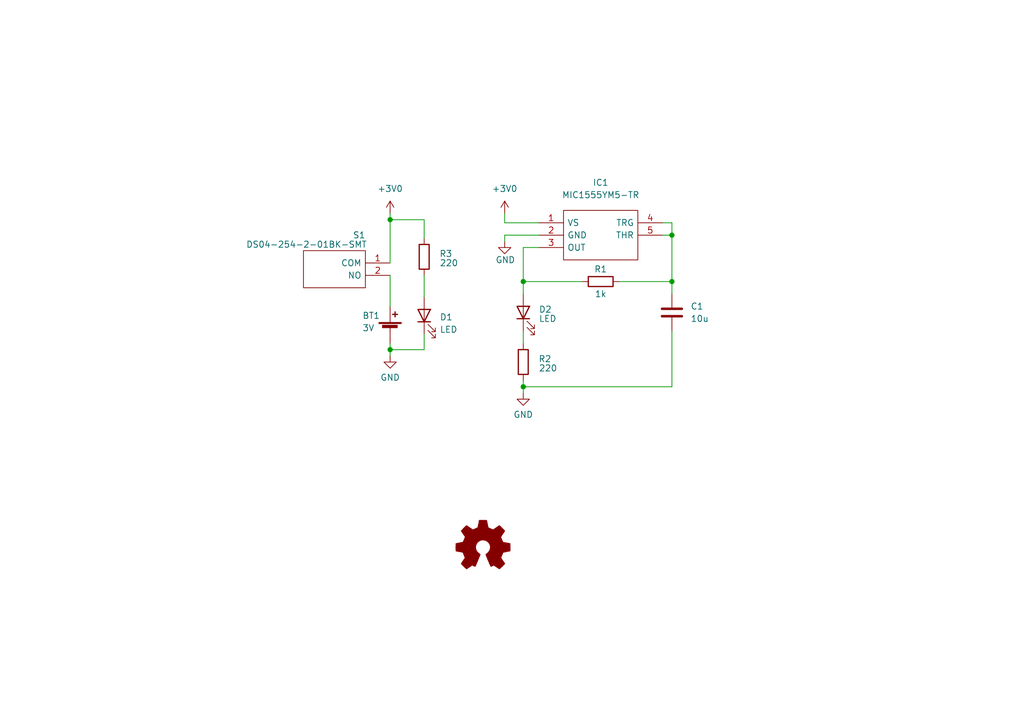
<source format=kicad_sch>
(kicad_sch (version 20211123) (generator eeschema)
  (paper "A5")
  (title_block (title "Agouti PCB") (date "2023-01-04"))
  (lib_symbols
    (symbol "DS04-254-2BK-SMT:DS04-254-2-01BK-SMT" (pin_names (offset 0.762))
      (property "Reference" "S" (at 19.05 7.62 0))
      (property "Value" "DS04-254-2-01BK-SMT" (at 19.05 5.08 0))
      (symbol "DS04-254-2-01BK-SMT_0_0"
        (pin passive line (at 0 -2.54 0) (length 5.08) (name "COM") (number "1"))
        (pin passive line (at 0 0 0) (length 5.08) (name "NO") (number "2"))
      )
      (symbol "DS04-254-2-01BK-SMT_0_1"
        (polyline (pts (xy 5.08 2.54) (xy 17.78 2.54) (xy 17.78 -5.08) (xy 5.08 -5.08) (xy 5.08 2.54)) (stroke (width 0.1524)))
      )
    )
    (symbol "Device:Battery_Cell" (pin_numbers hide) (pin_names (offset 0) hide)
      (property "Reference" "BT" (at 2.54 2.54 0))
      (property "Value" "Battery_Cell" (at 2.54 0 0))
      (symbol "Battery_Cell_0_1"
        (rectangle (start -2.286 1.778) (end 2.286 1.524) (fill (type outline)))
        (rectangle (start -1.5748 1.1938) (end 1.4732 0.6858) (fill (type outline)))
        (polyline (pts (xy 0 0.762) (xy 0 0)))
        (polyline (pts (xy 0 1.778) (xy 0 2.54)))
        (polyline (pts (xy 0.508 3.429) (xy 1.524 3.429)) (stroke (width 0.254)))
        (polyline (pts (xy 1.016 3.937) (xy 1.016 2.921)) (stroke (width 0.254)))
      )
      (symbol "Battery_Cell_1_1"
        (pin passive line (at 0 5.08 270) (length 2.54) (name "+") (number "1"))
        (pin passive line (at 0 -2.54 90) (length 2.54) (name "-") (number "2"))
      )
    )
    (symbol "Device:C" (pin_numbers hide) (pin_names (offset 0.254))
      (property "Reference" "C" (at 0.635 2.54 0))
      (property "Value" "C" (at 0.635 -2.54 0))
      (symbol "C_0_1"
        (polyline (pts (xy -2.032 -0.762) (xy 2.032 -0.762)) (stroke (width 0.508)))
        (polyline (pts (xy -2.032 0.762) (xy 2.032 0.762)) (stroke (width 0.508)))
      )
      (symbol "C_1_1"
        (pin passive line (at 0 3.81 270) (length 2.794) (name "~") (number "1"))
        (pin passive line (at 0 -3.81 90) (length 2.794) (name "~") (number "2"))
      )
    )
    (symbol "Device:LED" (pin_numbers hide) (pin_names (offset 1.016) hide)
      (property "Reference" "D" (at 0 2.54 0))
      (property "Value" "LED" (at 0 -2.54 0))
      (symbol "LED_0_1"
        (polyline (pts (xy -1.27 -1.27) (xy -1.27 1.27)) (stroke (width 0.254)))
        (polyline (pts (xy -1.27 0) (xy 1.27 0)))
        (polyline (pts (xy 1.27 -1.27) (xy 1.27 1.27) (xy -1.27 0) (xy 1.27 -1.27)) (stroke (width 0.254)))
        (polyline (pts (xy -3.048 -0.762) (xy -4.572 -2.286) (xy -3.81 -2.286) (xy -4.572 -2.286) (xy -4.572 -1.524)))
        (polyline (pts (xy -1.778 -0.762) (xy -3.302 -2.286) (xy -2.54 -2.286) (xy -3.302 -2.286) (xy -3.302 -1.524)))
      )
      (symbol "LED_1_1"
        (pin passive line (at -3.81 0 0) (length 2.54) (name "K") (number "1"))
        (pin passive line (at 3.81 0 180) (length 2.54) (name "A") (number "2"))
      )
    )
    (symbol "Device:R" (pin_numbers hide) (pin_names (offset 0))
      (property "Reference" "R" (at 2.032 0 90))
      (property "Value" "R" (at 0 0 90))
      (symbol "R_0_1"
        (rectangle (start -1.016 -2.54) (end 1.016 2.54) (stroke (width 0.254)))
      )
      (symbol "R_1_1"
        (pin passive line (at 0 3.81 270) (length 1.27) (name "~") (number "1"))
        (pin passive line (at 0 -3.81 90) (length 1.27) (name "~") (number "2"))
      )
    )
    (symbol "Graphic:Logo_Open_Hardware_Small" (pin_names (offset 1.016))
      (symbol "Logo_Open_Hardware_Small_0_1"
        (polyline (pts (xy 3.3528 -4.3434) (xy 3.302 -4.318) (xy 3.175 -4.2418) (xy 2.9972 -4.1148) (xy 2.7686 -3.9624) (xy 2.54 -3.81) (xy 2.3622 -3.7084) (xy 2.2352 -3.6068) (xy 2.1844 -3.5814) (xy 2.159 -3.6068) (xy 2.0574 -3.6576) (xy 1.905 -3.7338) (xy 1.8034 -3.7846) (xy 1.6764 -3.8354) (xy 1.6002 -3.8354) (xy 1.6002 -3.8354) (xy 1.5494 -3.7338) (xy 1.4732 -3.5306) (xy 1.3462 -3.302) (xy 1.2446 -3.0226) (xy 1.1176 -2.7178) (xy 0.9652 -2.413) (xy 0.8636 -2.1082) (xy 0.7366 -1.8288) (xy 0.6604 -1.6256) (xy 0.6096 -1.4732) (xy 0.5842 -1.397) (xy 0.5842 -1.397) (xy 0.6604 -1.3208) (xy 0.7874 -1.2446) (xy 1.0414 -1.016) (xy 1.2954 -0.6858) (xy 1.4478 -0.3302) (xy 1.524 0.0762) (xy 1.4732 0.4572) (xy 1.3208 0.8128) (xy 1.0668 1.143) (xy 0.762 1.3716) (xy 0.4064 1.524) (xy 0 1.5748) (xy -0.381 1.5494) (xy -0.7366 1.397) (xy -1.0668 1.143) (xy -1.2192 0.9906) (xy -1.397 0.6604) (xy -1.524 0.3048) (xy -1.524 0.2286) (xy -1.4986 -0.1778) (xy -1.397 -0.5334) (xy -1.1938 -0.8636) (xy -0.9144 -1.143) (xy -0.8636 -1.1684) (xy -0.7366 -1.27) (xy -0.635 -1.3462) (xy -0.5842 -1.397) (xy -1.0668 -2.5908) (xy -1.143 -2.794) (xy -1.2954 -3.1242) (xy -1.397 -3.4036) (xy -1.4986 -3.6322) (xy -1.5748 -3.7846) (xy -1.6002 -3.8354) (xy -1.6002 -3.8354) (xy -1.651 -3.8354) (xy -1.7272 -3.81) (xy -1.905 -3.7338) (xy -2.0066 -3.683) (xy -2.1336 -3.6068) (xy -2.2098 -3.5814) (xy -2.2606 -3.6068) (xy -2.3622 -3.683) (xy -2.54 -3.81) (xy -2.7686 -3.9624) (xy -2.9718 -4.0894) (xy -3.1496 -4.2164) (xy -3.302 -4.318) (xy -3.3528 -4.3434) (xy -3.3782 -4.3434) (xy -3.429 -4.318) (xy -3.5306 -4.2164) (xy -3.7084 -4.064) (xy -3.937 -3.8354) (xy -3.9624 -3.81) (xy -4.1656 -3.6068) (xy -4.318 -3.4544) (xy -4.4196 -3.3274) (xy -4.445 -3.2766) (xy -4.445 -3.2766) (xy -4.4196 -3.2258) (xy -4.318 -3.0734) (xy -4.2164 -2.8956) (xy -4.064 -2.667) (xy -3.6576 -2.0828) (xy -3.8862 -1.5494) (xy -3.937 -1.3716) (xy -4.0386 -1.1684) (xy -4.0894 -1.0414) (xy -4.1148 -0.9652) (xy -4.191 -0.9398) (xy -4.318 -0.9144) (xy -4.5466 -0.8636) (xy -4.8006 -0.8128) (xy -5.0546 -0.7874) (xy -5.2578 -0.7366) (xy -5.4356 -0.7112) (xy -5.5118 -0.6858) (xy -5.5118 -0.6858) (xy -5.5372 -0.635) (xy -5.5372 -0.5588) (xy -5.5372 -0.4318) (xy -5.5626 -0.2286) (xy -5.5626 0.0762) (xy -5.5626 0.127) (xy -5.5372 0.4064) (xy -5.5372 0.635) (xy -5.5372 0.762) (xy -5.5372 0.8382) (xy -5.5372 0.8382) (xy -5.461 0.8382) (xy -5.3086 0.889) (xy -5.08 0.9144) (xy -4.826 0.9652) (xy -4.8006 0.9906) (xy -4.5466 1.0414) (xy -4.318 1.0668) (xy -4.1656 1.1176) (xy -4.0894 1.143) (xy -4.0894 1.143) (xy -4.0386 1.2446) (xy -3.9624 1.4224) (xy -3.8608 1.6256) (xy -3.7846 1.8288) (xy -3.7084 2.0066) (xy -3.6576 2.159) (xy -3.6322 2.2098) (xy -3.6322 2.2098) (xy -3.683 2.286) (xy -3.7592 2.413) (xy -3.8862 2.5908) (xy -4.064 2.8194) (xy -4.064 2.8448) (xy -4.2164 3.0734) (xy -4.3434 3.2512) (xy -4.4196 3.3782) (xy -4.445 3.4544) (xy -4.445 3.4544) (xy -4.3942 3.5052) (xy -4.2926 3.6322) (xy -4.1148 3.81) (xy -3.937 4.0132) (xy -3.8608 4.064) (xy -3.6576 4.2926) (xy -3.5052 4.4196) (xy -3.4036 4.4958) (xy -3.3528 4.5212) (xy -3.3528 4.5212) (xy -3.302 4.4704) (xy -3.1496 4.3688) (xy -2.9718 4.2418) (xy -2.7432 4.0894) (xy -2.7178 4.0894) (xy -2.4892 3.937) (xy -2.3114 3.81) (xy -2.1844 3.7084) (xy -2.1336 3.683) (xy -2.1082 3.683) (xy -2.032 3.7084) (xy -1.8542 3.7592) (xy -1.6764 3.8354) (xy -1.4732 3.937) (xy -1.27 4.0132) (xy -1.143 4.064) (xy -1.0668 4.1148) (xy -1.0668 4.1148) (xy -1.0414 4.191) (xy -1.016 4.3434) (xy -0.9652 4.572) (xy -0.9144 4.8514) (xy -0.889 4.9022) (xy -0.8382 5.1562) (xy -0.8128 5.3848) (xy -0.7874 5.5372) (xy -0.762 5.588) (xy -0.7112 5.6134) (xy -0.5842 5.6134) (xy -0.4064 5.6134) (xy -0.1524 5.6134) (xy 0.0762 5.6134) (xy 0.3302 5.6134) (xy 0.5334 5.6134) (xy 0.6858 5.588) (xy 0.7366 5.588) (xy 0.7366 5.588) (xy 0.762 5.5118) (xy 0.8128 5.334) (xy 0.8382 5.1054) (xy 0.9144 4.826) (xy 0.9144 4.7752) (xy 0.9652 4.5212) (xy 1.016 4.2926) (xy 1.0414 4.1402) (xy 1.0668 4.0894) (xy 1.0668 4.0894) (xy 1.1938 4.0386) (xy 1.3716 3.9624) (xy 1.5748 3.8608) (xy 2.0828 3.6576) (xy 2.7178 4.0894) (xy 2.7686 4.1402) (xy 2.9972 4.2926) (xy 3.175 4.4196) (xy 3.302 4.4958) (xy 3.3782 4.5212) (xy 3.3782 4.5212) (xy 3.429 4.4704) (xy 3.556 4.3434) (xy 3.7338 4.191) (xy 3.9116 3.9878) (xy 4.064 3.8354) (xy 4.2418 3.6576) (xy 4.3434 3.556) (xy 4.4196 3.4798) (xy 4.4196 3.429) (xy 4.4196 3.4036) (xy 4.3942 3.3274) (xy 4.2926 3.2004) (xy 4.1656 2.9972) (xy 4.0132 2.794) (xy 3.8862 2.5908) (xy 3.7592 2.3876) (xy 3.6576 2.2352) (xy 3.6322 2.159) (xy 3.6322 2.1336) (xy 3.683 2.0066) (xy 3.7592 1.8288) (xy 3.8608 1.6002) (xy 4.064 1.1176) (xy 4.3942 1.0414) (xy 4.5974 1.016) (xy 4.8768 0.9652) (xy 5.1308 0.9144) (xy 5.5372 0.8382) (xy 5.5626 -0.6604) (xy 5.4864 -0.6858) (xy 5.4356 -0.6858) (xy 5.2832 -0.7366) (xy 5.0546 -0.762) (xy 4.8006 -0.8128) (xy 4.5974 -0.8636) (xy 4.3688 -0.9144) (xy 4.2164 -0.9398) (xy 4.1402 -0.9398) (xy 4.1148 -0.9652) (xy 4.064 -1.0668) (xy 3.9878 -1.2446) (xy 3.9116 -1.4478) (xy 3.81 -1.651) (xy 3.7338 -1.8542) (xy 3.683 -2.0066) (xy 3.6576 -2.0828) (xy 3.683 -2.1336) (xy 3.7846 -2.2606) (xy 3.8862 -2.4638) (xy 4.0386 -2.667) (xy 4.191 -2.8956) (xy 4.318 -3.0734) (xy 4.3942 -3.2004) (xy 4.445 -3.2766) (xy 4.4196 -3.3274) (xy 4.3434 -3.429) (xy 4.1656 -3.5814) (xy 3.937 -3.8354) (xy 3.8862 -3.8608) (xy 3.683 -4.064) (xy 3.5306 -4.2164) (xy 3.4036 -4.318) (xy 3.3528 -4.3434)) (fill (type outline)))
      )
    )
    (symbol "MIC1555YM5:MIC1555YM5-TR" (pin_names (offset 0.762))
      (property "Reference" "IC" (at 21.59 7.62 0))
      (property "Value" "MIC1555YM5-TR" (at 21.59 5.08 0))
      (symbol "MIC1555YM5-TR_0_0"
        (pin passive line (at 0 0 0) (length 5.08) (name "VS") (number "1"))
        (pin passive line (at 0 -2.54 0) (length 5.08) (name "GND") (number "2"))
        (pin passive line (at 0 -5.08 0) (length 5.08) (name "OUT") (number "3"))
        (pin passive line (at 25.4 0 180) (length 5.08) (name "TRG") (number "4"))
        (pin passive line (at 25.4 -2.54 180) (length 5.08) (name "THR") (number "5"))
      )
      (symbol "MIC1555YM5-TR_0_1"
        (polyline (pts (xy 5.08 2.54) (xy 20.32 2.54) (xy 20.32 -7.62) (xy 5.08 -7.62) (xy 5.08 2.54)) (stroke (width 0.1524)))
      )
    )
    (symbol "power:+3V0" (power) (pin_names (offset 0))
      (property "Value" "+3V0" (at 0 3.556 0))
      (symbol "+3V0_0_1"
        (polyline (pts (xy -0.762 1.27) (xy 0 2.54)))
        (polyline (pts (xy 0 0) (xy 0 2.54)))
        (polyline (pts (xy 0 2.54) (xy 0.762 1.27)))
      )
      (symbol "+3V0_1_1"
        (pin power_in line (at 0 0 90) (length 0) hide (name "+3V0") (number "1"))
      )
    )
    (symbol "power:GND" (power) (pin_names (offset 0))
      (property "Value" "GND" (at 0 -3.81 0))
      (symbol "GND_0_1"
        (polyline (pts (xy 0 0) (xy 0 -1.27) (xy 1.27 -1.27) (xy 0 -2.54) (xy -1.27 -1.27) (xy 0 -1.27)))
      )
      (symbol "GND_1_1"
        (pin power_in line (at 0 0 270) (length 0) hide (name "GND") (number "1"))
      )
    )
  )
  (junction (at 80.01 71.755))
  (junction (at 137.795 57.785))
  (junction (at 80.01 45.085))
  (junction (at 107.315 79.375))
  (junction (at 137.795 48.26))
  (junction (at 107.315 57.785))
  (wire (pts (xy 86.995 68.58) (xy 86.995 71.755)))
  (wire (pts (xy 80.01 45.085) (xy 80.01 53.975)))
  (wire (pts (xy 80.01 71.755) (xy 80.01 73.025)))
  (wire (pts (xy 137.795 67.945) (xy 137.795 79.375)))
  (wire (pts (xy 86.995 56.515) (xy 86.995 60.96)))
  (wire (pts (xy 107.315 57.785) (xy 119.38 57.785)))
  (wire (pts (xy 127 57.785) (xy 137.795 57.785)))
  (wire (pts (xy 110.49 48.26) (xy 103.505 48.26)))
  (wire (pts (xy 80.01 56.515) (xy 80.01 62.865)))
  (wire (pts (xy 107.315 67.945) (xy 107.315 70.485)))
  (wire (pts (xy 80.01 43.815) (xy 80.01 45.085)))
  (wire (pts (xy 86.995 45.085) (xy 86.995 48.895)))
  (wire (pts (xy 103.505 48.26) (xy 103.505 49.53)))
  (wire (pts (xy 107.315 78.105) (xy 107.315 79.375)))
  (wire (pts (xy 107.315 79.375) (xy 107.315 80.645)))
  (wire (pts (xy 137.795 45.72) (xy 137.795 48.26)))
  (wire (pts (xy 80.01 70.485) (xy 80.01 71.755)))
  (wire (pts (xy 137.795 48.26) (xy 137.795 57.785)))
  (wire (pts (xy 107.315 57.785) (xy 107.315 60.325)))
  (wire (pts (xy 103.505 45.72) (xy 110.49 45.72)))
  (wire (pts (xy 107.315 79.375) (xy 137.795 79.375)))
  (wire (pts (xy 107.315 50.8) (xy 110.49 50.8)))
  (wire (pts (xy 137.795 45.72) (xy 135.89 45.72)))
  (wire (pts (xy 137.795 57.785) (xy 137.795 60.325)))
  (wire (pts (xy 103.505 43.815) (xy 103.505 45.72)))
  (wire (pts (xy 107.315 50.8) (xy 107.315 57.785)))
  (wire (pts (xy 137.795 48.26) (xy 135.89 48.26)))
  (wire (pts (xy 80.01 71.755) (xy 86.995 71.755)))
  (wire (pts (xy 80.01 45.085) (xy 86.995 45.085)))
  (symbol (lib_id "power:GND") (at 103.505 49.53 0) (unit 1)
    (property "Reference" "#PWR0104" (effects hide))
    (property "Value" "GND" (at 101.6 53.34 0) (effects (justify left)))
  )
  (symbol (lib_id "MIC1555YM5:MIC1555YM5-TR") (at 110.49 45.72 0) (unit 1)
    (property "Reference" "IC1" (at 123.19 37.465 0))
    (property "Value" "MIC1555YM5-TR" (at 123.19 40.005 0))
    (property "Footprint" "MIC1555YM5-TR:SOT95P280X145-5N" (effects hide))
    (property "Datasheet" "http://ww1.microchip.com/downloads/en/DeviceDoc/20005730A.pdf" (effects hide))
    (property "Description" "Standard Timer Single, Oscillator 5MHz" (effects hide))
    (property "Height" "1.45" (effects hide))
    (property "Mouser Part Number" "998-MIC1555YM5TR" (effects hide))
    (property "Mouser Price/Stock" "https://www.mouser.co.uk/ProductDetail/Microchip-Technology-Atmel/MIC1555YM5-TR?qs=Y3Q3JoKAO1QTQn1YTyJaSg%3D%3D" (effects hide))
    (property "Manufacturer_Name" "Microchip" (effects hide))
    (property "Manufacturer_Part_Number" "MIC1555YM5-TR" (effects hide))
  )
  (symbol (lib_id "Device:C") (at 137.795 64.135 0) (unit 1)
    (property "Reference" "C1" (at 141.605 62.8649 0) (effects (justify left)))
    (property "Value" "10u" (at 141.605 65.4049 0) (effects (justify left)))
    (property "Footprint" "Capacitor_SMD:C_0603_1608Metric" (effects hide))
  )
  (symbol (lib_id "Graphic:Logo_Open_Hardware_Small") (at 99.06 112.395 0) (unit 1)
    (property "Reference" "#LOGO1" (effects hide))
    (property "Value" "Logo_Open_Hardware_Small" (effects hide))
  )
  (symbol (lib_id "power:+3V0") (at 80.01 43.815 0) (unit 1)
    (property "Reference" "#PWR0102" (effects hide))
    (property "Value" "+3V0" (at 80.01 38.735 0))
  )
  (symbol (lib_id "Device:R") (at 86.995 52.705 180) (unit 1)
    (property "Reference" "R3" (at 91.44 52.07 0))
    (property "Value" "220" (at 92.075 53.975 0))
    (property "Footprint" "Resistor_SMD:R_0603_1608Metric" (effects hide))
  )
  (symbol (lib_id "Device:Battery_Cell") (at 80.01 67.945 0) (unit 1)
    (property "Reference" "BT1" (at 74.295 64.77 0) (effects (justify left)))
    (property "Value" "3V" (at 74.295 67.31 0) (effects (justify left)))
    (property "Footprint" "Battery:BatteryHolder_Keystone_3034_1x20mm" (effects hide))
  )
  (symbol (lib_id "power:GND") (at 107.315 80.645 0) (unit 1)
    (property "Reference" "#PWR0101" (effects hide))
    (property "Value" "GND" (at 107.315 85.09 0))
  )
  (symbol (lib_id "Device:R") (at 123.19 57.785 90) (unit 1)
    (property "Reference" "R1" (at 123.19 55.245 90))
    (property "Value" "1k" (at 123.19 60.325 90))
    (property "Footprint" "Resistor_SMD:R_0603_1608Metric" (effects hide))
  )
  (symbol (lib_id "Device:LED") (at 86.995 64.77 90) (unit 1)
    (property "Reference" "D1" (at 90.17 65.0874 90) (effects (justify right)))
    (property "Value" "LED" (at 90.17 67.6274 90) (effects (justify right)))
    (property "Footprint" "LED_SMD:LED_1206_3216Metric" (effects hide))
  )
  (symbol (lib_id "power:GND") (at 80.01 73.025 0) (unit 1)
    (property "Reference" "#PWR0103" (effects hide))
    (property "Value" "GND" (at 80.01 77.47 0))
  )
  (symbol (lib_id "Device:R") (at 107.315 74.295 180) (unit 1)
    (property "Reference" "R2" (at 111.76 73.66 0))
    (property "Value" "220" (at 112.395 75.565 0))
    (property "Footprint" "Resistor_SMD:R_0603_1608Metric" (effects hide))
  )
  (symbol (lib_id "DS04-254-2BK-SMT:DS04-254-2-01BK-SMT") (at 80.01 56.515 180) (unit 1)
    (property "Reference" "S1" (at 73.66 48.26 0))
    (property "Value" "DS04-254-2-01BK-SMT" (at 62.865 50.165 0))
    (property "Footprint" "DS04254201BKSMT" (effects hide))
    (property "Datasheet" "https://datasheet.datasheetarchive.com/originals/distributors/Datasheets_SAMA/c6ff744c627a82ac82db8ce1595a468c.pdf" (effects hide))
    (property "Description" "DIP Switches / SIP Switches DIP Switch, SPST, 2.54 pitch, flat actuator, SMT, 1 position, Black" (effects hide))
    (property "Height" "4.85" (effects hide))
    (property "Mouser Part Number" "490-DS04254201BK-SMT" (effects hide))
    (property "Mouser Price/Stock" "https://www.mouser.co.uk/ProductDetail/CUI-Devices/DS04-254-2-01BK-SMT?qs=wnTfsH77Xs7VDGZ8jaePmA%3D%3D" (effects hide))
    (property "Manufacturer_Name" "CUI Inc." (effects hide))
    (property "Manufacturer_Part_Number" "DS04-254-2-01BK-SMT" (effects hide))
  )
  (symbol (lib_id "Device:LED") (at 107.315 64.135 90) (unit 1)
    (property "Reference" "D2" (at 110.49 63.5 90) (effects (justify right)))
    (property "Value" "LED" (at 110.49 65.405 90) (effects (justify right)))
    (property "Footprint" "RoundLED:LOP47KK2M1240R18Z" (effects hide))
  )
  (symbol (lib_id "power:+3V0") (at 103.505 43.815 0) (unit 1)
    (property "Reference" "#PWR0105" (effects hide))
    (property "Value" "+3V0" (at 103.505 38.735 0))
  )
)
</source>
